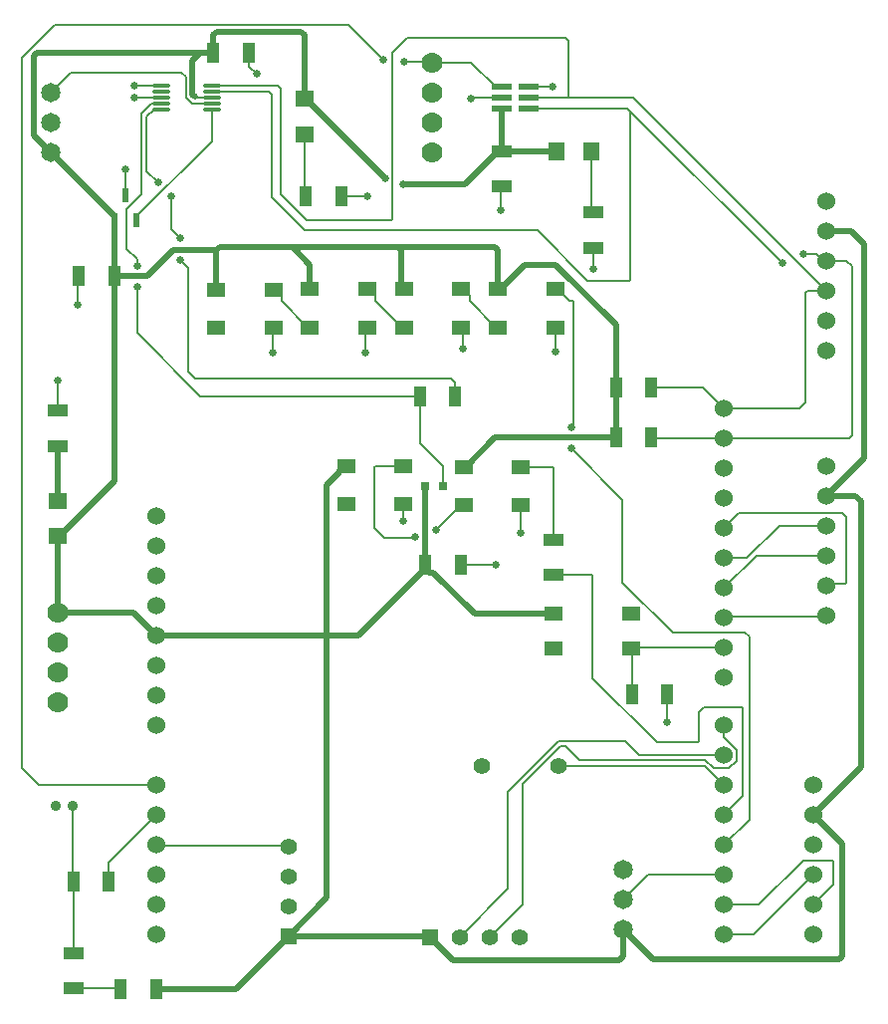
<source format=gtl>
G04*
G04 #@! TF.GenerationSoftware,Altium Limited,Altium Designer,22.3.1 (43)*
G04*
G04 Layer_Physical_Order=1*
G04 Layer_Color=255*
%FSLAX25Y25*%
%MOIN*%
G70*
G04*
G04 #@! TF.SameCoordinates,7998B177-6A3A-43FF-968B-635B49023C71*
G04*
G04*
G04 #@! TF.FilePolarity,Positive*
G04*
G01*
G75*
%ADD10C,0.00600*%
%ADD14C,0.01500*%
%ADD15R,0.06200X0.04750*%
G04:AMPARAMS|DCode=16|XSize=48.82mil|YSize=23.23mil|CornerRadius=5.81mil|HoleSize=0mil|Usage=FLASHONLY|Rotation=90.000|XOffset=0mil|YOffset=0mil|HoleType=Round|Shape=RoundedRectangle|*
%AMROUNDEDRECTD16*
21,1,0.04882,0.01161,0,0,90.0*
21,1,0.03720,0.02323,0,0,90.0*
1,1,0.01161,0.00581,0.01860*
1,1,0.01161,0.00581,-0.01860*
1,1,0.01161,-0.00581,-0.01860*
1,1,0.01161,-0.00581,0.01860*
%
%ADD16ROUNDEDRECTD16*%
%ADD17R,0.04400X0.07100*%
%ADD18R,0.03150X0.03150*%
%ADD19R,0.05906X0.04724*%
%ADD20R,0.07100X0.04400*%
%ADD21R,0.06300X0.05500*%
%ADD22R,0.05500X0.06300*%
G04:AMPARAMS|DCode=23|XSize=57.87mil|YSize=11.02mil|CornerRadius=1.38mil|HoleSize=0mil|Usage=FLASHONLY|Rotation=0.000|XOffset=0mil|YOffset=0mil|HoleType=Round|Shape=RoundedRectangle|*
%AMROUNDEDRECTD23*
21,1,0.05787,0.00827,0,0,0.0*
21,1,0.05512,0.01102,0,0,0.0*
1,1,0.00276,0.02756,-0.00413*
1,1,0.00276,-0.02756,-0.00413*
1,1,0.00276,-0.02756,0.00413*
1,1,0.00276,0.02756,0.00413*
%
%ADD23ROUNDEDRECTD23*%
G04:AMPARAMS|DCode=24|XSize=63.39mil|YSize=23.23mil|CornerRadius=2.9mil|HoleSize=0mil|Usage=FLASHONLY|Rotation=0.000|XOffset=0mil|YOffset=0mil|HoleType=Round|Shape=RoundedRectangle|*
%AMROUNDEDRECTD24*
21,1,0.06339,0.01742,0,0,0.0*
21,1,0.05758,0.02323,0,0,0.0*
1,1,0.00581,0.02879,-0.00871*
1,1,0.00581,-0.02879,-0.00871*
1,1,0.00581,-0.02879,0.00871*
1,1,0.00581,0.02879,0.00871*
%
%ADD24ROUNDEDRECTD24*%
%ADD44C,0.02000*%
%ADD45C,0.06000*%
%ADD46C,0.07000*%
%ADD47R,0.05504X0.05504*%
%ADD48C,0.05504*%
%ADD49C,0.05543*%
%ADD50C,0.06496*%
%ADD51C,0.03543*%
%ADD52R,0.05504X0.05504*%
%ADD53C,0.02500*%
D10*
X189364Y209913D02*
Y210715D01*
X189500Y210852D01*
Y251648D01*
X189000Y209550D02*
X189364Y209913D01*
X151900Y163700D02*
X152100Y163500D01*
X163500D01*
X42500Y320000D02*
X51535D01*
X58000Y265500D02*
X60607Y262893D01*
Y228244D02*
X62852Y226000D01*
X60607Y228244D02*
Y262893D01*
X62852Y226000D02*
X148500D01*
X150000Y224500D01*
Y220000D02*
Y224500D01*
X64737Y220000D02*
X138200D01*
X43500Y241237D02*
X64737Y220000D01*
X43500Y241237D02*
Y256500D01*
X55000Y276000D02*
Y287000D01*
Y276000D02*
X58000Y273000D01*
X46630Y295370D02*
Y313500D01*
Y295370D02*
X50500Y291500D01*
X43440Y280326D02*
X68465Y305350D01*
Y316063D01*
X49193D02*
X51535D01*
X46630Y313500D02*
X49193Y316063D01*
X40000Y273253D02*
Y282554D01*
X45000Y287554D02*
Y314730D01*
X40014Y269486D02*
Y273239D01*
X40000Y282554D02*
X45000Y287554D01*
X40000Y273253D02*
X40014Y273239D01*
X43440Y279047D02*
Y280326D01*
X40014Y269486D02*
X43500Y266000D01*
Y263550D02*
Y266000D01*
X45000Y314730D02*
X48184Y317914D01*
X51418D02*
X51535Y318032D01*
X48184Y317914D02*
X51418D01*
X16019Y344300D02*
X114200D01*
X126000Y332500D01*
X129000Y279351D02*
Y335000D01*
X5000Y333281D02*
X16019Y344300D01*
X129000Y335000D02*
X134000Y340000D01*
X128648Y279000D02*
X129000Y279351D01*
X133100Y331900D02*
X142100D01*
X133000Y332000D02*
X133100Y331900D01*
X142100D02*
X142200Y331800D01*
X5000Y95500D02*
Y333281D01*
Y95500D02*
X10500Y90000D01*
X50000D01*
X81100Y330400D02*
X83500Y328000D01*
X81100Y330400D02*
Y334800D01*
X80900Y335000D02*
X81100Y334800D01*
X100312Y279000D02*
X128648D01*
X126200Y172800D02*
X136300D01*
X136500Y173000D01*
X122900Y176100D02*
X126200Y172800D01*
X206107Y157744D02*
Y185392D01*
X189000Y202500D02*
X206107Y185392D01*
Y157744D02*
X222851Y141000D01*
X282800Y206900D02*
Y263600D01*
X281100Y265300D02*
X282800Y263600D01*
X281900Y206000D02*
X282800Y206900D01*
X240000Y206000D02*
X281900D01*
X215900D02*
X240000D01*
X248500Y78457D02*
Y139500D01*
X239912Y69868D02*
X248500Y78457D01*
X247000Y141000D02*
X248500Y139500D01*
X222851Y141000D02*
X247000D01*
X209498Y136000D02*
X240000D01*
X208992Y135494D02*
X209498Y136000D01*
X188175Y252000D02*
X189148D01*
X189500Y251648D01*
X183600Y255850D02*
X184325D01*
X188175Y252000D01*
X177500Y275500D02*
X194278Y258722D01*
X208722Y315278D02*
X259500Y264500D01*
X208722Y259074D02*
Y315278D01*
X207740Y316260D02*
X208722Y315278D01*
X194278Y258722D02*
X208371D01*
X208722Y259074D01*
X99500Y275500D02*
X177500D01*
X91500Y287811D02*
Y323000D01*
Y287811D02*
X100312Y279000D01*
X88500Y286500D02*
Y321000D01*
Y286500D02*
X99500Y275500D01*
X68465Y321969D02*
X87532D01*
X88500Y321000D01*
X188000Y320000D02*
X209700D01*
X174508D02*
X188000D01*
X187000Y340000D02*
X188000Y339000D01*
Y320000D02*
Y339000D01*
X134000Y340000D02*
X187000D01*
X68465Y323937D02*
X90563D01*
X91500Y323000D01*
X266500Y267500D02*
X271085D01*
X273285Y265300D02*
X274400D01*
X271085Y267500D02*
X273285Y265300D01*
X174508Y316260D02*
X207740D01*
X209700Y320000D02*
X274400Y255300D01*
X152825Y255850D02*
X154900Y253775D01*
X152100Y255850D02*
X152825D01*
X154900Y251925D02*
Y253775D01*
Y251925D02*
X163675Y243150D01*
X164400D01*
X121325Y255850D02*
X123400Y253775D01*
Y251925D02*
Y253775D01*
Y251925D02*
X132175Y243150D01*
X120600Y255850D02*
X121325D01*
X132175Y243150D02*
X132900D01*
X89925Y255750D02*
X92000Y253675D01*
Y251825D02*
Y253675D01*
Y251825D02*
X100675Y243150D01*
X89200Y255750D02*
X89925D01*
X100675Y243150D02*
X101400D01*
X183500Y243050D02*
X183600Y243150D01*
X183500Y235000D02*
Y243050D01*
X152100Y243150D02*
X152500Y242750D01*
Y236000D02*
Y242750D01*
X120000Y234500D02*
Y242450D01*
X120550Y243000D01*
X89000Y234500D02*
Y242850D01*
X89200Y243050D01*
X149700Y243350D02*
X149800Y243250D01*
X195700Y282100D02*
Y302000D01*
Y282100D02*
X196300Y281500D01*
X165400Y282200D02*
Y290000D01*
X165600Y290200D01*
X155424Y331800D02*
X163484Y323740D01*
X165492D01*
X142200Y331800D02*
X155424D01*
X174538Y323770D02*
X182470D01*
X174508Y323740D02*
X174538Y323770D01*
X182470D02*
X182500Y323800D01*
X155500Y319900D02*
X165392D01*
X165492Y320000D01*
X155400Y319800D02*
X155500Y319900D01*
X132700Y178300D02*
Y184000D01*
X150000Y220000D02*
X150200Y219800D01*
X16800Y215300D02*
Y225200D01*
Y215300D02*
X16900Y215200D01*
X23600Y250800D02*
Y259900D01*
X24000Y260300D01*
X39650Y287405D02*
X39700Y287355D01*
X39650Y287405D02*
Y295950D01*
X39600Y296000D02*
X39650Y295950D01*
X42500Y324000D02*
X42531Y323969D01*
X51504D02*
X51535Y323937D01*
X42531Y323969D02*
X51504D01*
X111800Y286900D02*
X111900Y287000D01*
X120600D01*
X196300Y262600D02*
Y269700D01*
X171900Y183650D02*
X172000Y183750D01*
X171900Y174400D02*
Y183650D01*
X220800Y111100D02*
Y120000D01*
X221000Y120200D01*
X143625Y175300D02*
X152075Y183750D01*
X143500Y175300D02*
X143625D01*
X152075Y183750D02*
X152800D01*
X123251Y196700D02*
X132700D01*
X122900Y196349D02*
X123251Y196700D01*
X122900Y176100D02*
Y196349D01*
X145905Y190000D02*
Y196695D01*
X138200Y204400D02*
X145905Y196695D01*
X138200Y204400D02*
Y220000D01*
X182900Y172000D02*
X183000Y172100D01*
Y196098D01*
X172000Y196450D02*
X182649D01*
X183000Y196098D01*
X182900Y160200D02*
X195748D01*
X196100Y159848D01*
Y125712D02*
Y159848D01*
Y125712D02*
X217612Y104200D01*
X231248D02*
X231600Y104551D01*
Y114400D01*
X217612Y104200D02*
X231248D01*
X206909Y104600D02*
X211641Y99869D01*
X184770Y104600D02*
X206909D01*
X211641Y99869D02*
X239912D01*
X167719Y87550D02*
X184770Y104600D01*
X233200Y116000D02*
X246048D01*
X231600Y114400D02*
X233200Y116000D01*
X246048D02*
X246400Y115648D01*
Y86357D02*
Y115648D01*
X239912Y79869D02*
X246400Y86357D01*
X215700Y222900D02*
X233100D01*
X240000Y216000D01*
X215600Y206300D02*
X215900Y206000D01*
X268100Y255300D02*
X274400D01*
X267300Y254500D02*
X268100Y255300D01*
X267300Y218000D02*
Y254500D01*
X265300Y216000D02*
X267300Y218000D01*
X240000Y216000D02*
X265300D01*
X274400Y265300D02*
X281100D01*
X275000Y157400D02*
X280700D01*
X274400Y156800D02*
X275000Y157400D01*
X280700D02*
X281100Y157800D01*
Y179500D01*
X245100Y181100D02*
X279500D01*
X240000Y176000D02*
X245100Y181100D01*
X279500D02*
X281100Y179500D01*
X247737Y166000D02*
X258537Y176800D01*
X274400D01*
X240000Y166000D02*
X247737D01*
X240000Y156000D02*
X250800Y166800D01*
X274400D01*
X240400Y146400D02*
X274000D01*
X274400Y146800D01*
X240000Y146000D02*
X240400Y146400D01*
X208992Y135494D02*
X209200Y135287D01*
Y120200D02*
Y135287D01*
X68396Y318100D02*
X68465Y318032D01*
X61847Y318100D02*
X68396D01*
X59800Y320147D02*
Y326849D01*
X63200Y320000D02*
X68465D01*
X58249Y328400D02*
X59800Y326849D01*
X21200Y328400D02*
X58249D01*
X59800Y320147D02*
X61847Y318100D01*
X62800Y320400D02*
X63200Y320000D01*
X14500Y321700D02*
X21200Y328400D01*
X99700Y287200D02*
Y307700D01*
Y287200D02*
X100000Y286900D01*
X187000Y103000D02*
X191732Y98269D01*
X233774D01*
X236474Y95569D02*
X241693D01*
X233774Y98269D02*
X236474Y95569D01*
X241693D02*
X244212Y98087D01*
Y101650D01*
X239912Y105950D02*
X244212Y101650D01*
X239912Y105950D02*
Y109869D01*
X172621Y90189D02*
X185432Y103000D01*
X172621Y50121D02*
Y90189D01*
X161500Y39000D02*
X172621Y50121D01*
X185432Y103000D02*
X187000D01*
X167719Y55219D02*
Y87550D01*
X184491Y96300D02*
X233480D01*
X151500Y39000D02*
X167719Y55219D01*
X233480Y96300D02*
X239912Y89868D01*
X214568Y59869D02*
X239912D01*
X206300Y51600D02*
X214568Y59869D01*
X50000Y70000D02*
X50300Y69700D01*
X93900D01*
X94200Y69400D01*
X270000Y50000D02*
X276700Y56700D01*
Y64349D01*
X266452Y64700D02*
X276348D01*
X276700Y64349D01*
X239912Y49869D02*
X251621D01*
X266452Y64700D01*
X239912Y39869D02*
X249868D01*
X270000Y60000D01*
X34100Y57600D02*
Y64100D01*
X50000Y80000D01*
X22300Y57600D02*
X22400Y57500D01*
Y33700D02*
Y57500D01*
X21856Y58044D02*
Y82872D01*
Y58044D02*
X22300Y57600D01*
X22400Y21900D02*
X37900D01*
D14*
X38100Y21700D01*
D15*
X172000Y196450D02*
D03*
X152800D02*
D03*
X172000Y183750D02*
D03*
X152800D02*
D03*
X132700Y196700D02*
D03*
X113500D02*
D03*
X132700Y184000D02*
D03*
X113500D02*
D03*
X183600Y255850D02*
D03*
X164400D02*
D03*
X183600Y243150D02*
D03*
X164400D02*
D03*
X152100Y255850D02*
D03*
X132900D02*
D03*
X152100Y243150D02*
D03*
X132900D02*
D03*
X120600Y255850D02*
D03*
X101400D02*
D03*
X120600Y243150D02*
D03*
X101400D02*
D03*
X89200Y255750D02*
D03*
X70000D02*
D03*
X89200Y243050D02*
D03*
X70000D02*
D03*
D16*
X39700Y287355D02*
D03*
X43440Y279047D02*
D03*
X35960D02*
D03*
D17*
X150000Y220000D02*
D03*
X138200D02*
D03*
X24000Y260300D02*
D03*
X35800D02*
D03*
X140100Y163700D02*
D03*
X151900D02*
D03*
X80900Y335000D02*
D03*
X69100D02*
D03*
X215600Y206300D02*
D03*
X203800D02*
D03*
X221000Y120200D02*
D03*
X209200D02*
D03*
X38100Y21700D02*
D03*
X49900D02*
D03*
X100000Y286900D02*
D03*
X111800D02*
D03*
X34100Y57600D02*
D03*
X22300D02*
D03*
X203900Y222900D02*
D03*
X215700D02*
D03*
D18*
X145905Y190000D02*
D03*
X140000D02*
D03*
D19*
X183008Y135494D02*
D03*
X208992Y147306D02*
D03*
Y135494D02*
D03*
X183008Y147306D02*
D03*
D20*
X16900Y215200D02*
D03*
Y203400D02*
D03*
X196300Y281500D02*
D03*
Y269700D02*
D03*
X165600Y302000D02*
D03*
Y290200D02*
D03*
X182900Y172000D02*
D03*
Y160200D02*
D03*
X22400Y21900D02*
D03*
Y33700D02*
D03*
D21*
X17100Y173300D02*
D03*
Y185100D02*
D03*
X99700Y319500D02*
D03*
Y307700D02*
D03*
D22*
X183900Y302000D02*
D03*
X195700D02*
D03*
D23*
X51535Y323937D02*
D03*
Y321969D02*
D03*
Y320000D02*
D03*
Y318032D02*
D03*
Y316063D02*
D03*
X68465D02*
D03*
Y318032D02*
D03*
Y320000D02*
D03*
Y321969D02*
D03*
Y323937D02*
D03*
D24*
X165492Y323740D02*
D03*
Y320000D02*
D03*
Y316260D02*
D03*
X174508D02*
D03*
Y320000D02*
D03*
Y323740D02*
D03*
D44*
X64650Y335000D02*
X69100D01*
X8800Y333828D02*
X9972Y335000D01*
X8800Y307400D02*
Y333828D01*
X9972Y335000D02*
X64650D01*
X62100Y332450D02*
X64650Y335000D01*
X69100Y336350D02*
Y340861D01*
Y335000D02*
Y336350D01*
Y340861D02*
X70239Y342000D01*
X99500Y319700D02*
Y340828D01*
X70239Y342000D02*
X98328D01*
X99500Y340828D01*
X95500Y270000D02*
X130828D01*
X132500Y291000D02*
X153250D01*
X164250Y302000D01*
X100100Y319500D02*
X126450Y293150D01*
X164250Y302000D02*
X165600D01*
X99700Y319500D02*
X100100D01*
X274400Y275300D02*
X282528D01*
X287000Y199400D02*
Y270828D01*
X282528Y275300D02*
X287000Y270828D01*
X274400Y186800D02*
X287000Y199400D01*
X173275Y264000D02*
X183753D01*
X203850Y243903D01*
X165125Y255850D02*
X173275Y264000D01*
X203850Y206350D02*
Y243903D01*
X164400Y255850D02*
X165125D01*
X107000Y140000D02*
Y190200D01*
X112775Y196700D02*
X113500D01*
X111400Y195325D02*
X112775Y196700D01*
X111400Y194600D02*
Y195325D01*
X107000Y190200D02*
X111400Y194600D01*
X163375Y206300D02*
X203800D01*
X152800Y196450D02*
X153525D01*
X163375Y206300D01*
X203800D02*
X203850Y206350D01*
X107000Y140000D02*
X117750D01*
X50000D02*
X107000D01*
Y52200D02*
Y140000D01*
X94200Y39400D02*
X107000Y52200D01*
X140050Y162300D02*
Y189950D01*
X140100Y162350D02*
X141300Y161150D01*
X142650D01*
X156494Y147306D01*
X140100Y162350D02*
Y163700D01*
X156494Y147306D02*
X183008D01*
X117750Y140000D02*
X140050Y162300D01*
X69828Y269000D02*
X70000Y268828D01*
X55500Y269000D02*
X69828D01*
X35800Y260300D02*
X46800D01*
X55500Y269000D01*
X163228Y270000D02*
X164400Y268828D01*
X130828Y270000D02*
X163228D01*
X164400Y255850D02*
Y268828D01*
X130828Y270000D02*
X132000Y268828D01*
Y256750D02*
Y268828D01*
Y256750D02*
X132900Y255850D01*
X101400D02*
Y264100D01*
X95500Y270000D02*
X96497Y269003D01*
X101400Y264100D01*
X71172Y270000D02*
X95500D01*
X70000Y268828D02*
X71172Y270000D01*
X70000Y255750D02*
Y268828D01*
X17100Y173300D02*
X17500D01*
X35800Y191600D01*
Y260300D01*
X35880Y260380D02*
Y278966D01*
X165492Y302108D02*
X165600Y302000D01*
X165492Y302108D02*
Y316260D01*
X165600Y302000D02*
X183900D01*
X140000Y190000D02*
X140050Y189950D01*
X284028Y186800D02*
X285900Y184928D01*
Y95900D02*
Y184928D01*
X274400Y186800D02*
X284028D01*
X270000Y80000D02*
X285900Y95900D01*
X62100Y321100D02*
X62800Y320400D01*
X62100Y321100D02*
Y332450D01*
X8800Y307400D02*
X14500Y301700D01*
X99500Y319700D02*
X99700Y319500D01*
X35960Y279047D02*
Y280326D01*
X14500Y301700D02*
X14586D01*
X35960Y280326D01*
X35800Y260300D02*
X35880Y260380D01*
Y278966D02*
X35960Y279047D01*
X216200Y31572D02*
X278528D01*
X279700Y32743D02*
Y70300D01*
X270000Y80000D02*
X279700Y70300D01*
X278528Y31572D02*
X279700Y32743D01*
X216200Y31572D02*
Y31700D01*
X206300Y41600D02*
X216200Y31700D01*
X204828Y31200D02*
X206300Y32672D01*
X149300Y31200D02*
X204828D01*
X206300Y32672D02*
Y41600D01*
X141500Y39000D02*
X149300Y31200D01*
X141300Y39200D02*
X141500Y39000D01*
X94200Y39400D02*
X94400Y39200D01*
X141300D01*
X76500Y21700D02*
X94200Y39400D01*
X49900Y21700D02*
X76500D01*
X16900Y203400D02*
X17100Y203200D01*
Y185100D02*
Y203200D01*
X17000Y147700D02*
X42300D01*
X50000Y140000D01*
X17000Y147700D02*
Y173200D01*
X17100Y173300D01*
D45*
X274400Y146800D02*
D03*
Y156800D02*
D03*
Y166800D02*
D03*
Y176800D02*
D03*
Y186800D02*
D03*
Y196800D02*
D03*
Y285300D02*
D03*
Y275300D02*
D03*
Y265300D02*
D03*
Y255300D02*
D03*
Y245300D02*
D03*
Y235300D02*
D03*
X270000Y90000D02*
D03*
Y80000D02*
D03*
Y70000D02*
D03*
Y60000D02*
D03*
Y50000D02*
D03*
Y40000D02*
D03*
X239912Y39869D02*
D03*
Y49869D02*
D03*
Y59869D02*
D03*
Y69868D02*
D03*
Y79869D02*
D03*
Y89868D02*
D03*
Y99869D02*
D03*
Y109869D02*
D03*
X240000Y216000D02*
D03*
Y206000D02*
D03*
Y196000D02*
D03*
Y186000D02*
D03*
Y176000D02*
D03*
Y166000D02*
D03*
Y156000D02*
D03*
Y146000D02*
D03*
Y136000D02*
D03*
Y126000D02*
D03*
X50000Y40000D02*
D03*
Y50000D02*
D03*
Y60000D02*
D03*
Y70000D02*
D03*
Y80000D02*
D03*
Y90000D02*
D03*
Y110000D02*
D03*
Y120000D02*
D03*
Y130000D02*
D03*
Y140000D02*
D03*
Y150000D02*
D03*
Y160000D02*
D03*
Y170000D02*
D03*
Y180000D02*
D03*
D46*
X142200Y311800D02*
D03*
Y301800D02*
D03*
Y331800D02*
D03*
Y321800D02*
D03*
X17000Y127700D02*
D03*
Y117700D02*
D03*
Y147700D02*
D03*
Y137700D02*
D03*
D47*
X94200Y39400D02*
D03*
D48*
Y49400D02*
D03*
Y59400D02*
D03*
Y69400D02*
D03*
X151500Y39000D02*
D03*
X161500D02*
D03*
X171500D02*
D03*
D49*
X184491Y96300D02*
D03*
X158900D02*
D03*
D50*
X206300Y61600D02*
D03*
Y51600D02*
D03*
Y41600D02*
D03*
X14500Y321700D02*
D03*
Y311700D02*
D03*
Y301700D02*
D03*
D51*
X21856Y82872D02*
D03*
X16344D02*
D03*
D52*
X141500Y39000D02*
D03*
D53*
X163500Y163500D02*
D03*
X42500Y320000D02*
D03*
X58000Y265500D02*
D03*
Y273000D02*
D03*
X55000Y287000D02*
D03*
X50500Y291500D02*
D03*
X43500Y256500D02*
D03*
Y263550D02*
D03*
X126000Y332500D02*
D03*
X133000Y332000D02*
D03*
X83500Y328000D02*
D03*
X132500Y291000D02*
D03*
X126450Y293150D02*
D03*
X136500Y173000D02*
D03*
X189000Y202500D02*
D03*
Y209550D02*
D03*
X266500Y267500D02*
D03*
X259500Y264500D02*
D03*
X183500Y235000D02*
D03*
X152500Y236000D02*
D03*
X120000Y234500D02*
D03*
X89000D02*
D03*
X165400Y282200D02*
D03*
X182500Y323800D02*
D03*
X155400Y319800D02*
D03*
X120600Y287000D02*
D03*
X39600Y296000D02*
D03*
X42500Y324000D02*
D03*
X23600Y250800D02*
D03*
X16800Y225200D02*
D03*
X196300Y262600D02*
D03*
X220800Y111100D02*
D03*
X143500Y175300D02*
D03*
X132700Y178300D02*
D03*
X171900Y174400D02*
D03*
M02*

</source>
